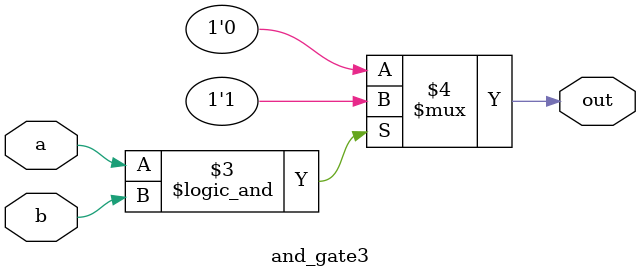
<source format=v>
module and_gate3 (
  input a,
  input b,
  output out
);

  assign out = (a == 1'b1 && b == 1'b1) ? 1'b1 : 1'b0; // Check both bits are high

endmodule
</source>
